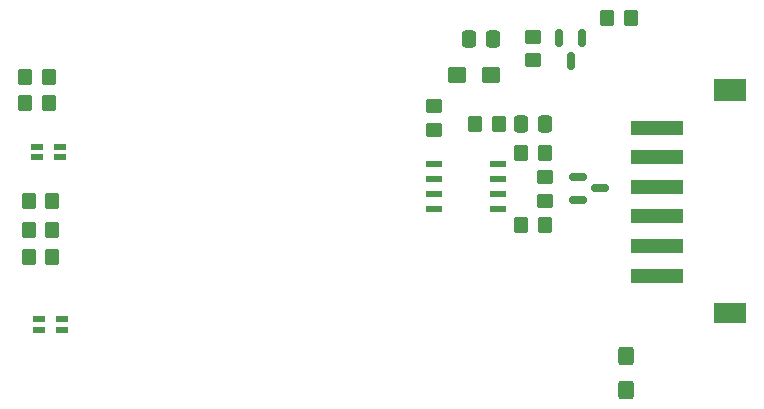
<source format=gbr>
%TF.GenerationSoftware,KiCad,Pcbnew,8.0.8*%
%TF.CreationDate,2026-01-01T17:30:43-08:00*%
%TF.ProjectId,navien,6e617669-656e-42e6-9b69-6361645f7063,rev?*%
%TF.SameCoordinates,Original*%
%TF.FileFunction,Paste,Top*%
%TF.FilePolarity,Positive*%
%FSLAX46Y46*%
G04 Gerber Fmt 4.6, Leading zero omitted, Abs format (unit mm)*
G04 Created by KiCad (PCBNEW 8.0.8) date 2026-01-01 17:30:43*
%MOMM*%
%LPD*%
G01*
G04 APERTURE LIST*
G04 Aperture macros list*
%AMRoundRect*
0 Rectangle with rounded corners*
0 $1 Rounding radius*
0 $2 $3 $4 $5 $6 $7 $8 $9 X,Y pos of 4 corners*
0 Add a 4 corners polygon primitive as box body*
4,1,4,$2,$3,$4,$5,$6,$7,$8,$9,$2,$3,0*
0 Add four circle primitives for the rounded corners*
1,1,$1+$1,$2,$3*
1,1,$1+$1,$4,$5*
1,1,$1+$1,$6,$7*
1,1,$1+$1,$8,$9*
0 Add four rect primitives between the rounded corners*
20,1,$1+$1,$2,$3,$4,$5,0*
20,1,$1+$1,$4,$5,$6,$7,0*
20,1,$1+$1,$6,$7,$8,$9,0*
20,1,$1+$1,$8,$9,$2,$3,0*%
G04 Aperture macros list end*
%ADD10R,1.100000X0.600000*%
%ADD11RoundRect,0.250000X0.450000X-0.350000X0.450000X0.350000X-0.450000X0.350000X-0.450000X-0.350000X0*%
%ADD12R,4.495800X1.295400*%
%ADD13R,2.709601X1.803400*%
%ADD14R,2.709601X1.851698*%
%ADD15RoundRect,0.250000X-0.350000X-0.450000X0.350000X-0.450000X0.350000X0.450000X-0.350000X0.450000X0*%
%ADD16RoundRect,0.250000X-0.337500X-0.475000X0.337500X-0.475000X0.337500X0.475000X-0.337500X0.475000X0*%
%ADD17R,1.460500X0.558800*%
%ADD18RoundRect,0.250000X0.425000X-0.537500X0.425000X0.537500X-0.425000X0.537500X-0.425000X-0.537500X0*%
%ADD19RoundRect,0.250000X0.537500X0.425000X-0.537500X0.425000X-0.537500X-0.425000X0.537500X-0.425000X0*%
%ADD20RoundRect,0.250000X0.337500X0.475000X-0.337500X0.475000X-0.337500X-0.475000X0.337500X-0.475000X0*%
%ADD21RoundRect,0.250000X0.350000X0.450000X-0.350000X0.450000X-0.350000X-0.450000X0.350000X-0.450000X0*%
%ADD22RoundRect,0.150000X-0.587500X-0.150000X0.587500X-0.150000X0.587500X0.150000X-0.587500X0.150000X0*%
%ADD23RoundRect,0.150000X-0.150000X0.587500X-0.150000X-0.587500X0.150000X-0.587500X0.150000X0.587500X0*%
%ADD24RoundRect,0.250000X-0.450000X0.350000X-0.450000X-0.350000X0.450000X-0.350000X0.450000X0.350000X0*%
G04 APERTURE END LIST*
D10*
%TO.C,D1*%
X4200000Y22631600D03*
X6100000Y22631600D03*
X6100000Y23531600D03*
X4200000Y23531600D03*
%TD*%
%TO.C,D5*%
X6300000Y8931600D03*
X4400000Y8931600D03*
X4400000Y8031600D03*
X6300000Y8031600D03*
%TD*%
D11*
%TO.C,R3*%
X47199148Y18964400D03*
X47199148Y20964400D03*
%TD*%
%TO.C,R10*%
X46200000Y30831600D03*
X46200000Y32831600D03*
%TD*%
D12*
%TO.C,J3*%
X56697348Y12619751D03*
X56697348Y15119751D03*
X56697348Y17619751D03*
X56697348Y20119751D03*
X56697348Y22619751D03*
X56697348Y25119751D03*
D13*
X62896348Y9419752D03*
D14*
X62896348Y28295600D03*
%TD*%
D15*
%TO.C,R6*%
X3500000Y18920800D03*
X5500000Y18920800D03*
%TD*%
D16*
%TO.C,C4*%
X45167148Y25450800D03*
X47242148Y25450800D03*
%TD*%
D17*
%TO.C,U2*%
X37785398Y22021800D03*
X37785398Y20751800D03*
X37785398Y19481800D03*
X37785398Y18211800D03*
X43233698Y18211800D03*
X43233698Y19481800D03*
X43233698Y20751800D03*
X43233698Y22021800D03*
%TD*%
D15*
%TO.C,R11*%
X3200000Y27231600D03*
X5200000Y27231600D03*
%TD*%
D18*
%TO.C,C3*%
X54051200Y2931300D03*
X54051200Y5806300D03*
%TD*%
D15*
%TO.C,R7*%
X3484000Y16431600D03*
X5484000Y16431600D03*
%TD*%
%TO.C,R8*%
X3500000Y14170800D03*
X5500000Y14170800D03*
%TD*%
D19*
%TO.C,C2*%
X42637500Y29631600D03*
X39762500Y29631600D03*
%TD*%
D20*
%TO.C,C1*%
X42837500Y32631600D03*
X40762500Y32631600D03*
%TD*%
D21*
%TO.C,R5*%
X47199148Y23012400D03*
X45199148Y23012400D03*
%TD*%
%TO.C,R1*%
X43316400Y25450800D03*
X41316400Y25450800D03*
%TD*%
%TO.C,R4*%
X47183148Y16916400D03*
X45183148Y16916400D03*
%TD*%
D22*
%TO.C,D3*%
X49970048Y20939800D03*
X49970048Y19039800D03*
X51845048Y19989800D03*
%TD*%
D15*
%TO.C,R9*%
X52492400Y34442400D03*
X54492400Y34442400D03*
%TD*%
D23*
%TO.C,Q1*%
X50327600Y32687500D03*
X48427600Y32687500D03*
X49377600Y30812500D03*
%TD*%
D15*
%TO.C,R12*%
X3200000Y29431600D03*
X5200000Y29431600D03*
%TD*%
D24*
%TO.C,R2*%
X37842548Y26958800D03*
X37842548Y24958800D03*
%TD*%
M02*

</source>
